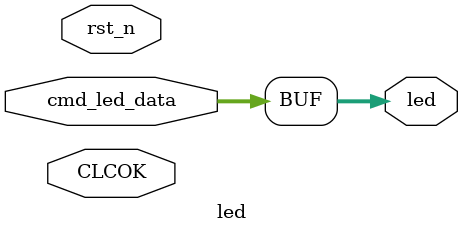
<source format=v>
module  led(
        input                   CLCOK                     ,
        input                   rst_n                   ,
        //usb interface
        input      [3: 0]             cmd_led_data                  ,
        //receive cmd from pc
        output  [3:0]     led                 
);






reg[3:0]led_r;

always @(posedge CLCOK or negedge rst_n)begin
    if(!rst_n)begin
        led_r <= 0;
    end
    else 
		case ( cmd_led_data )
		
		0000://--led1
			led_r<=1110;
		0010://=>	--led2
			led_r<=1101;
		0011://=>	--led3
			led_r<=1011;
		0100://=>	--led4
			led_r<=0111;
		0101://=>	--led run
			led_r<=1111;
			//led_r(3 downto 1)<= led_r(2 downto 0);
			//led_r(0)<= led_r(3);
		//when "0110"=>	--led reset
			//led_r<="1111";
		//when others =>
		default:
			led_r<=0000;
	   endcase
     end
 //    end
assign led = cmd_led_data;	  
	  
endmodule
</source>
